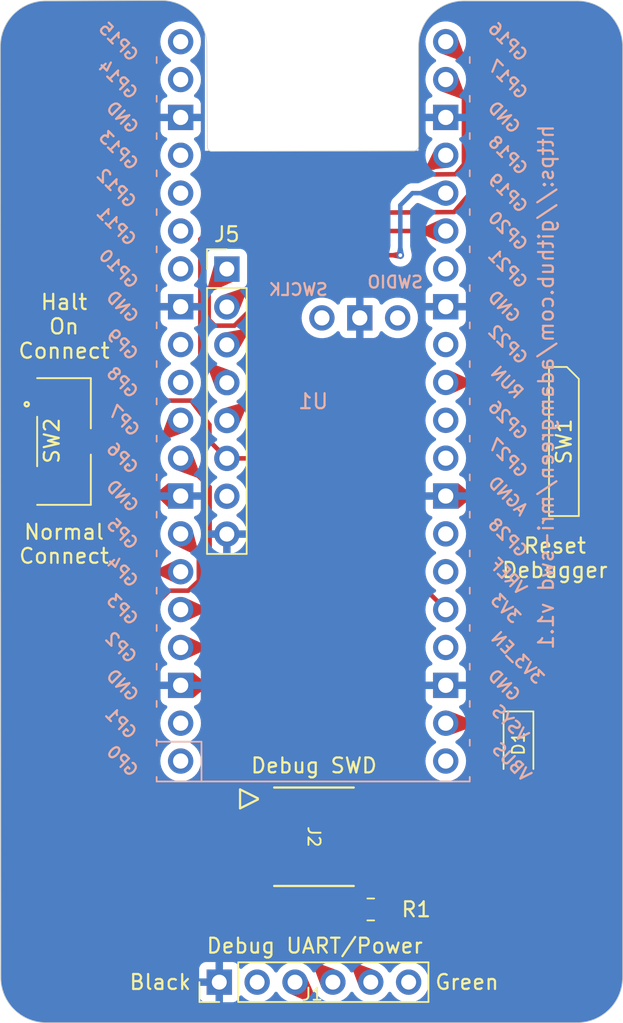
<source format=kicad_pcb>
(kicad_pcb (version 20240108) (generator "pcbnew") (generator_version "8.0")
  (title_block (date "2024-07-28") (rev "1.1"))
  (layers (0 "F.Cu" signal) (31 "B.Cu" signal) (34 "B.Paste" user) (35 "F.Paste" user) (36 "B.SilkS" user "B.Silkscreen") (37 "F.SilkS" user "F.Silkscreen") (38 "B.Mask" user) (39 "F.Mask" user) (44 "Edge.Cuts" user))
  (net 0 "")
  (net 1 "VCC")
  (net 2 "Net-(D1-A)")
  (net 3 "GND")
  (net 5 "/UART_TX")
  (net 6 "/UART_RX")
  (net 8 "+3.3V")
  (net 9 "/SWD_SWDIO")
  (net 10 "/SWD_SWDCLK")
  (net 14 "/SWD_RESET")
  (net 15 "/~{RESET}")
  (net 16 "Net-(J5-Pin_1)")
  (net 17 "Net-(J5-Pin_2)")
  (net 18 "Net-(J5-Pin_3)")
  (net 19 "Net-(J5-Pin_4)")
  (net 20 "Net-(J5-Pin_5)")
  (net 22 "/HALT_ON_CONN")
  (net 43 "Net-(J2-VTref)")
  (footprint "Connector_PinHeader_2.54mm:PinHeader_1x08_P2.54mm_Vertical" (layer "F.Cu") (at 120.0404 80.1774)
    (property "Reference" "J5" (at 0 -2.33 0) (layer "F.SilkS"))
    (property "Value" "OLED")
    (fp_line (start -1.33 -1.33) (end 0 -1.33) (stroke (width 0.12)) (layer "F.SilkS"))
    (fp_line (start -1.33 0) (end -1.33 -1.33) (stroke (width 0.12)) (layer "F.SilkS"))
    (fp_line (start -1.33 1.27) (end -1.33 19.11) (stroke (width 0.12)) (layer "F.SilkS"))
    (fp_line (start -1.33 1.27) (end 1.33 1.27) (stroke (width 0.12)) (layer "F.SilkS"))
    (fp_line (start -1.33 19.11) (end 1.33 19.11) (stroke (width 0.12)) (layer "F.SilkS"))
    (fp_line (start 1.33 1.27) (end 1.33 19.11) (stroke (width 0.12)) (layer "F.SilkS"))
    (pad "1" thru_hole rect (at 0 0) (size 1.7 1.7) (drill 1) (layers "*.Cu" "*.Mask") (net 16 "Net-(J5-Pin_1)"))
    (pad "2" thru_hole oval (at 0 2.54) (size 1.7 1.7) (drill 1) (layers "*.Cu" "*.Mask") (net 17 "Net-(J5-Pin_2)"))
    (pad "3" thru_hole oval (at 0 5.08) (size 1.7 1.7) (drill 1) (layers "*.Cu" "*.Mask") (net 18 "Net-(J5-Pin_3)"))
    (pad "4" thru_hole oval (at 0 7.62) (size 1.7 1.7) (drill 1) (layers "*.Cu" "*.Mask") (net 19 "Net-(J5-Pin_4)"))
    (pad "5" thru_hole oval (at 0 10.16) (size 1.7 1.7) (drill 1) (layers "*.Cu" "*.Mask") (net 20 "Net-(J5-Pin_5)"))
    (pad "6" thru_hole oval (at 0 12.7) (size 1.7 1.7) (drill 1) (layers "*.Cu" "*.Mask") (net 8 "+3.3V"))
    (pad "7" thru_hole oval (at 0 15.24) (size 1.7 1.7) (drill 1) (layers "*.Cu" "*.Mask"))
    (pad "8" thru_hole oval (at 0 17.78) (size 1.7 1.7) (drill 1) (layers "*.Cu" "*.Mask") (net 3 "GND"))
  )
  (footprint "Footprints:Adafruit-SPST-Switch-7" (layer "F.Cu") (at 142.6464 91.7448 180)
    (property "Reference" "SW1" (at 0 0 90) (layer "F.SilkS"))
    (property "Value" "Reset " (hide yes))
    (fp_line (start 1 5) (end -0.2 5) (stroke (width 0.12)) (layer "F.SilkS"))
    (fp_line (start 1 -5) (end 1 5) (stroke (width 0.12)) (layer "F.SilkS"))
    (fp_line (start -0.2 5) (end -1 4.2) (stroke (width 0.12)) (layer "F.SilkS"))
    (fp_line (start -1 4.2) (end -1 -5) (stroke (width 0.12)) (layer "F.SilkS"))
    (fp_line (start -1 -5) (end 1 -5) (stroke (width 0.12)) (layer "F.SilkS"))
    (pad "1" smd rect (at 0 4.05 180) (size 1 0.9) (layers "F.Cu" "F.Paste" "F.Mask") (net 15 "/~{RESET}"))
    (pad "2" smd rect (at 0 -4.05 180) (size 1 0.9) (layers "F.Cu" "F.Paste" "F.Mask") (net 3 "GND"))
  )
  (footprint "Connector_PinHeader_2.54mm:PinHeader_1x06_P2.54mm_Vertical" (layer "F.Cu") (at 119.5324 128.016 90)
    (property "Reference" "J1" (at -0.8128 6.2484 180) (layer "F.SilkS") (effects (font (size 0.8128 0.8128) (thickness 0.127))))
    (property "Value" "Debug UART/Power" (at 2.4384 6.4008 180) (layer "F.SilkS"))
    (fp_line (start -1.33 -1.33) (end 0 -1.33) (stroke (width 0.12)) (layer "F.SilkS"))
    (fp_line (start -1.33 0) (end -1.33 -1.33) (stroke (width 0.12)) (layer "F.SilkS"))
    (fp_line (start 1.33 1.27) (end 1.33 14.03) (stroke (width 0.12)) (layer "F.SilkS"))
    (fp_line (start -1.33 1.27) (end 1.33 1.27) (stroke (width 0.12)) (layer "F.SilkS"))
    (fp_line (start -1.33 1.27) (end -1.33 14.03) (stroke (width 0.12)) (layer "F.SilkS"))
    (fp_line (start -1.33 14.03) (end 1.33 14.03) (stroke (width 0.12)) (layer "F.SilkS"))
    (pad "1" thru_hole rect (at 0 0 90) (size 1.7 1.7) (drill 1) (layers "*.Cu" "*.Mask") (net 3 "GND"))
    (pad "2" thru_hole oval (at 0 2.54 90) (size 1.7 1.7) (drill 1) (layers "*.Cu" "*.Mask"))
    (pad "3" thru_hole oval (at 0 5.08 90) (size 1.7 1.7) (drill 1) (layers "*.Cu" "*.Mask") (net 2 "Net-(D1-A)"))
    (pad "4" thru_hole oval (at 0 7.62 90) (size 1.7 1.7) (drill 1) (layers "*.Cu" "*.Mask") (net 5 "/UART_TX"))
    (pad "5" thru_hole oval (at 0 10.16 90) (size 1.7 1.7) (drill 1) (layers "*.Cu" "*.Mask") (net 6 "/UART_RX"))
    (pad "6" thru_hole oval (at 0 12.7 90) (size 1.7 1.7) (drill 1) (layers "*.Cu" "*.Mask"))
  )
  (footprint "Diode_SMD:D_SOD-123F" (layer "F.Cu") (at 139.5984 112.0648 -90)
    (property "Reference" "D1" (at -0.0508 0 90) (layer "F.SilkS") (effects (font (size 0.8128 0.8128) (thickness 0.127))))
    (property "Value" "D_Schottky" (hide yes))
    (fp_line (start -2.21 1) (end 1.65 1) (stroke (width 0.12)) (layer "F.SilkS"))
    (fp_line (start -2.21 -1) (end -2.21 1) (stroke (width 0.12)) (layer "F.SilkS"))
    (fp_line (start -2.21 -1) (end 1.65 -1) (stroke (width 0.12)) (layer "F.SilkS"))
    (pad "1" smd roundrect (at -1.4 0 270) (size 1.1 1.1) (layers "F.Cu" "F.Paste" "F.Mask") (roundrect_rratio 0.2272727273) (net 1 "VCC"))
    (pad "2" smd roundrect (at 1.4 0 270) (size 1.1 1.1) (layers "F.Cu" "F.Paste" "F.Mask") (roundrect_rratio 0.2272727273) (net 2 "Net-(D1-A)"))
  )
  (footprint "Resistor_SMD:R_0805_2012Metric_Pad1.20x1.40mm_HandSolder" (layer "F.Cu") (at 129.6924 123.1392)
    (property "Reference" "R1" (at 3.048 0 180) (layer "F.SilkS"))
    (property "Value" "1kΩ")
    (fp_line (start -0.227064 -0.735) (end 0.227064 -0.735) (stroke (width 0.12)) (layer "F.SilkS"))
    (fp_line (start -0.227064 0.735) (end 0.227064 0.735) (stroke (width 0.12)) (layer "F.SilkS"))
    (pad "1" smd roundrect (at -1 0) (size 1.2 1.4) (layers "F.Cu" "F.Paste" "F.Mask") (roundrect_rratio 0.208333) (net 43 "Net-(J2-VTref)"))
    (pad "2" smd roundrect (at 1 0) (size 1.2 1.4) (layers "F.Cu" "F.Paste" "F.Mask") (roundrect_rratio 0.208333) (net 14 "/SWD_RESET"))
  )
  (footprint "Footprints:CON10_2X5_DUK_FTSH_SAI" (layer "F.Cu") (at 125.8824 118.2624 -90)
    (property "Reference" "J2" (at 0 0 -90) (layer "F.SilkS") (effects (font (size 0.8128 0.8128) (thickness 0.127))))
    (property "Value" "Debug SWD" (at -4.7752 0 0) (layer "F.SilkS"))
    (fp_line (start -3.175 4.95554) (end -2.5781 3.76174) (stroke (width 0.1524)) (layer "F.SilkS"))
    (fp_line (start -1.905 4.95554) (end -3.175 4.95554) (stroke (width 0.1524)) (layer "F.SilkS"))
    (fp_line (start -2.5019 3.76174) (end -1.905 4.95554) (stroke (width 0.1524)) (layer "F.SilkS"))
    (fp_line (start 3.302 2.667) (end 3.302 -2.667) (stroke (width 0.1524)) (layer "F.SilkS"))
    (fp_line (start -3.302 -2.667) (end -3.302 2.667) (stroke (width 0.1524)) (layer "F.SilkS"))
    (pad "1" smd rect (at -2.54 2.032 270) (size 0.762 2.794) (layers "F.Cu" "F.Paste" "F.Mask") (net 43 "Net-(J2-VTref)"))
    (pad "2" smd rect (at -2.54 -2.032 270) (size 0.762 2.794) (layers "F.Cu" "F.Paste" "F.Mask") (net 9 "/SWD_SWDIO"))
    (pad "3" smd rect (at -1.27 2.032 270) (size 0.762 2.794) (layers "F.Cu" "F.Paste" "F.Mask") (net 3 "GND"))
    (pad "4" smd rect (at -1.27 -2.032 270) (size 0.762 2.794) (layers "F.Cu" "F.Paste" "F.Mask") (net 10 "/SWD_SWDCLK"))
    (pad "5" smd rect (at 0 2.032 270) (size 0.762 2.794) (layers "F.Cu" "F.Paste" "F.Mask") (net 3 "GND"))
    (pad "6" smd rect (at 0 -2.032 270) (size 0.762 2.794) (layers "F.Cu" "F.Paste" "F.Mask"))
    (pad "7" smd rect (at 1.27 2.032 270) (size 0.762 2.794) (layers "F.Cu" "F.Paste" "F.Mask"))
    (pad "8" smd rect (at 1.27 -2.032 270) (size 0.762 2.794) (layers "F.Cu" "F.Paste" "F.Mask"))
    (pad "9" smd rect (at 2.54 2.032 270) (size 0.762 2.794) (layers "F.Cu" "F.Paste" "F.Mask") (net 3 "GND"))
    (pad "10" smd rect (at 2.54 -2.032 270) (size 0.762 2.794) (layers "F.Cu" "F.Paste" "F.Mask") (net 14 "/SWD_RESET"))
  )
  (footprint "Footprints:SW_JS102011JCQN" (layer "F.Cu") (at 109.1184 91.7448 -90)
    (property "Reference" "SW2" (at -0.0508 0.8128 -90) (layer "F.SilkS") (effects (font (size 1.001016 1.001016))))
    (property "Value" "Halt on Connect" (hide yes))
    (fp_line (start -4.25 1.8) (end -4.25 -1.8) (stroke (width 0.127)) (layer "F.SilkS"))
    (fp_line (start 1.66 1.8) (end -1.66 1.8) (stroke (width 0.127)) (layer "F.SilkS"))
    (fp_line (start -4.25 -1.8) (end -0.88 -1.8) (stroke (width 0.127)) (layer "F.SilkS"))
    (fp_line (start 0.88 -1.8) (end 4.25 -1.8) (stroke (width 0.127)) (layer "F.SilkS"))
    (fp_line (start 4.25 -1.8) (end 4.25 1.8) (stroke (width 0.127)) (layer "F.SilkS"))
    (fp_circle (center -2.5 2.5) (end -2.358581 2.5) (stroke (width 0.1524)) (fill none) (layer "F.SilkS"))
    (pad "1" smd rect (at -2.5 1.2) (size 1.6 1) (layers "F.Cu" "F.Paste" "F.Mask") (net 8 "+3.3V"))
    (pad "2" smd rect (at 0 -1.2) (size 1.6 1) (layers "F.Cu" "F.Paste" "F.Mask") (net 22 "/HALT_ON_CONN"))
    (pad "3" smd rect (at 2.5 1.2) (size 1.6 1) (layers "F.Cu" "F.Paste" "F.Mask") (net 3 "GND"))
  )
  (footprint "Footprints:RPi_PicoW_SMD_TH" (layer "B.Cu") (at 125.8316 89.0524)
    (property "Reference" "U1" (at 0 0 180) (layer "B.SilkS") (effects (justify mirror)))
    (property "Value" "PicoW")
    (fp_line (start -10.5 -22.7) (end -10.5 -23.1) (stroke (width 0.12)) (layer "B.SilkS"))
    (fp_line (start -10.5 -20.1) (end -10.5 -20.5) (stroke (width 0.12)) (layer "B.SilkS"))
    (fp_line (start -10.5 -17.6) (end -10.5 -18) (stroke (width 0.12)) (layer "B.SilkS"))
    (fp_line (start -10.5 -15.1) (end -10.5 -15.5) (stroke (width 0.12)) (layer "B.SilkS"))
    (fp_line (start -10.5 -12.5) (end -10.5 -12.9) (stroke (width 0.12)) (layer "B.SilkS"))
    (fp_line (start -10.5 -10) (end -10.5 -10.4) (stroke (width 0.12)) (layer "B.SilkS"))
    (fp_line (start -10.5 -7.4) (end -10.5 -7.8) (stroke (width 0.12)) (layer "B.SilkS"))
    (fp_line (start -10.5 -4.9) (end -10.5 -5.3) (stroke (width 0.12)) (layer "B.SilkS"))
    (fp_line (start -10.5 -2.3) (end -10.5 -2.7) (stroke (width 0.12)) (layer "B.SilkS"))
    (fp_line (start -10.5 0.2) (end -10.5 -0.2) (stroke (width 0.12)) (layer "B.SilkS"))
    (fp_line (start -10.5 2.7) (end -10.5 2.3) (stroke (width 0.12)) (layer "B.SilkS"))
    (fp_line (start -10.5 5.3) (end -10.5 4.9) (stroke (width 0.12)) (layer "B.SilkS"))
    (fp_line (start -10.5 7.8) (end -10.5 7.4) (stroke (width 0.12)) (layer "B.SilkS"))
    (fp_line (start -10.5 10.4) (end -10.5 10) (stroke (width 0.12)) (layer "B.SilkS"))
    (fp_line (start -10.5 12.9) (end -10.5 12.5) (stroke (width 0.12)) (layer "B.SilkS"))
    (fp_line (start -10.5 15.4) (end -10.5 15) (stroke (width 0.12)) (layer "B.SilkS"))
    (fp_line (start -10.5 18) (end -10.5 17.6) (stroke (width 0.12)) (layer "B.SilkS"))
    (fp_line (start -10.5 20.5) (end -10.5 20.1) (stroke (width 0.12)) (layer "B.SilkS"))
    (fp_line (start -10.5 22.833) (end -7.493 22.833) (stroke (width 0.12)) (layer "B.SilkS"))
    (fp_line (start -10.5 23.1) (end -10.5 22.7) (stroke (width 0.12)) (layer "B.SilkS"))
    (fp_line (start -10.5 25.5) (end -10.5 25.2) (stroke (width 0.12)) (layer "B.SilkS"))
    (fp_line (start -10.5 25.5) (end 10.5 25.5) (stroke (width 0.12)) (layer "B.SilkS"))
    (fp_line (start -7.493 22.833) (end -7.493 25.5) (stroke (width 0.12)) (layer "B.SilkS"))
    (fp_line (start 10.5 -22.7) (end 10.5 -23.1) (stroke (width 0.12)) (layer "B.SilkS"))
    (fp_line (start 10.5 -20.1) (end 10.5 -20.5) (stroke (width 0.12)) (layer "B.SilkS"))
    (fp_line (start 10.5 -17.6) (end 10.5 -18) (stroke (width 0.12)) (layer "B.SilkS"))
    (fp_line (start 10.5 -15.1) (end 10.5 -15.5) (stroke (width 0.12)) (layer "B.SilkS"))
    (fp_line (start 10.5 -12.5) (end 10.5 -12.9) (stroke (width 0.12)) (layer "B.SilkS"))
    (fp_line (start 10.5 -10) (end 10.5 -10.4) (stroke (width 0.12)) (layer "B.SilkS"))
    (fp_line (start 10.5 -7.4) (end 10.5 -7.8) (stroke (width 0.12)) (layer "B.SilkS"))
    (fp_line (start 10.5 -4.9) (end 10.5 -5.3) (stroke (width 0.12)) (layer "B.SilkS"))
    (fp_line (start 10.5 -2.3) (end 10.5 -2.7) (stroke (width 0.12)) (layer "B.SilkS"))
    (fp_line (start 10.5 0.2) (end 10.5 -0.2) (stroke (width 0.12)) (layer "B.SilkS"))
    (fp_line (start 10.5 2.7) (end 10.5 2.3) (stroke (width 0.12)) (layer "B.SilkS"))
    (fp_line (start 10.5 5.3) (end 10.5 4.9) (stroke (width 0.12)) (layer "B.SilkS"))
    (fp_line (start 10.5 7.8) (end 10.5 7.4) (stroke (width 0.12)) (layer "B.SilkS"))
    (fp_line (start 10.5 10.4) (end 10.5 10) (stroke (width 0.12)) (layer "B.SilkS"))
    (fp_line (start 10.5 12.9) (end 10.5 12.5) (stroke (width 0.12)) (layer "B.SilkS"))
    (fp_line (start 10.5 15.4) (end 10.5 15) (stroke (width 0.12)) (layer "B.SilkS"))
    (fp_line (start 10.5 18) (end 10.5 17.6) (stroke (width 0.12)) (layer "B.SilkS"))
    (fp_line (start 10.5 20.5) (end 10.5 20.1) (stroke (width 0.12)) (layer "B.SilkS"))
    (fp_line (start 10.5 23.1) (end 10.5 22.7) (stroke (width 0.12)) (layer "B.SilkS"))
    (fp_line (start 10.5 25.5) (end 10.5 25.2) (stroke (width 0.12)) (layer "B.SilkS"))
    (fp_text user "3V3_EN" (at 13.7 17.2 -45) (layer "B.SilkS") (effects (font (size 0.8 0.8)) (justify mirror)))
    (fp_text user "RUN" (at 13 -1.27 -45) (layer "B.SilkS") (effects (font (size 0.8 0.8)) (justify mirror)))
    (fp_text user "GP3" (at -12.8 13.97 -45) (layer "B.SilkS") (effects (font (size 0.8 0.8)) (justify mirror)))
    (fp_text user "SWDIO" (at 5.5 -8 180) (layer "B.SilkS") (effects (font (size 0.8 0.8)) (justify mirror)))
    (fp_text user "GP17" (at 13.054 -21.59 -45) (layer "B.SilkS") (effects (font (size 0.8 0.8)) (justify mirror)))
    (fp_text user "GP9" (at -12.8 -3.81 -45) (layer "B.SilkS") (effects (font (size 0.8 0.8)) (justify mirror)))
    (fp_text user "GP16" (at 13.054 -24.13 -45) (layer "B.SilkS") (effects (font (size 0.8 0.8)) (justify mirror)))
    (fp_text user "GP19" (at 13.054 -13.97 -45) (layer "B.SilkS") (effects (font (size 0.8 0.8)) (justify mirror)))
    (fp_text user "GND" (at 12.8 -6.35 -45) (layer "B.SilkS") (effects (font (size 0.8 0.8)) (justify mirror)))
    (fp_text user "GP10" (at -13.054 -8.89 -45) (layer "B.SilkS") (effects (font (size 0.8 0.8)) (justify mirror)))
    (fp_text user "3V3" (at 12.9 13.9 -45) (layer "B.SilkS") (effects (font (size 0.8 0.8)) (justify mirror)))
    (fp_text user "GP13" (at -13.054 -16.8325 -45) (layer "B.SilkS") (effects (font (size 0.8 0.8)) (justify mirror)))
    (fp_text user "GND" (at -12.8 -19.05 -45) (layer "B.SilkS") (effects (font (size 0.8 0.8)) (justify mirror)))
    (fp_text user "GP22" (at 13.054 -3.81 -45) (layer "B.SilkS") (effects (font (size 0.8 0.8)) (justify mirror)))
    (fp_text user "GND" (at -12.8 6.35 -45) (layer "B.SilkS") (effects (font (size 0.8 0.8)) (justify mirror)))
    (fp_text user "VBUS" (at 13.3 24.2 -45) (layer "B.SilkS") (effects (font (size 0.8 0.8)) (justify mirror)))
    (fp_text user "GP1" (at -12.9 21.6 -45) (layer "B.SilkS") (effects (font (size 0.8 0.8)) (justify mirror)))
    (fp_text user "GP2" (at -12.9 16.51 -45) (layer "B.SilkS") (effects (font (size 0.8 0.8)) (justify mirror)))
    (fp_text user "GP4" (at -12.8 11.43 -45) (layer "B.SilkS") (effects (font (size 0.8 0.8)) (justify mirror)))
    (fp_text user "GP7" (at -12.7 1.3 -45) (layer "B.SilkS") (effects (font (size 0.8 0.8)) (justify mirror)))
    (fp_text user "GP27" (at 13.054 3.8 -45) (layer "B.SilkS") (effects (font (size 0.8 0.8)) (justify mirror)))
    (fp_text user "GP6" (at -12.8 3.81 -45) (layer "B.SilkS") (effects (font (size 0.8 0.8)) (justify mirror)))
    (fp_text user "GP26" (at 13.054 1.27 -45) (layer "B.SilkS") (effects (font (size 0.8 0.8)) (justify mirror)))
    (fp_text user "GP5" (at -12.8 8.89 -45) (layer "B.SilkS") (effects (font (size 0.8 0.8)) (justify mirror)))
    (fp_text user "AGND" (at 13.054 6.35 -45) (layer "B.SilkS") (effects (font (size 0.8 0.8)) (justify mirror)))
    (fp_text user "GP12" (at -13.2 -14.2925 -45) (layer "B.SilkS") (effects (font (size 0.8 0.8)) (justify mirror)))
    (fp_text user "GP8" (at -12.8 -1.27 -45) (layer "B.SilkS") (effects (font (size 0.8 0.8)) (justify mirror)))
    (fp_text user "GP18" (at 13.054 -16.51 -45) (layer "B.SilkS") (effects (font (size 0.8 0.8)) (justify mirror)))
    (fp_text user "GND" (at 12.8 -19.05 -45) (layer "B.SilkS") (effects (font (size 0.8 0.8)) (justify mirror)))
    (fp_text user "GP0" (at -12.8 24.13 -45) (layer "B.SilkS") (effects (font (size 0.8 0.8)) (justify mirror)))
    (fp_text user "VSYS" (at 13.2 21.59 -45) (layer "B.SilkS") (effects (font (size 0.8 0.8)) (justify mirror)))
    (fp_text user "GP14" (at -13.1 -21.59 -45) (layer "B.SilkS") (effects (font (size 0.8 0.8)) (justify mirror)))
    (fp_text user "SWCLK" (at -1 -7.5 180) (layer "B.SilkS") (effects (font (size 0.8 0.8)) (justify mirror)))
    (fp_text user "GP15" (at -13.054 -24.13 -45) (layer "B.SilkS") (effects (font (size 0.8 0.8)) (justify mirror)))
    (fp_text user "GND" (at -12.8 19.05 -45) (layer "B.SilkS") (effects (font (size 0.8 0.8)) (justify mirror)))
    (fp_text user "GP20" (at 13.054 -11.43 -45) (layer "B.SilkS") (effects (font (size 0.8 0.8)) (justify mirror)))
    (fp_text user "VREF" (at 13.0675 11.7425 -45) (layer "B.SilkS") (effects (font (size 0.8 0.8)) (justify mirror)))
    (fp_text user "GP11" (at -13.2 -11.7525 -45) (layer "B.SilkS") (effects (font (size 0.8 0.8)) (justify mirror)))
    (fp_text user "GP28" (at 13.054 9.144 -45) (layer "B.SilkS") (effects (font (size 0.8 0.8)) (justify mirror)))
    (fp_text user "GND" (at 12.8 19.05 -45) (layer "B.SilkS") (effects (font (size 0.8 0.8)) (justify mirror)))
    (fp_text user "GND" (at -12.8 -6.35 -45) (layer "B.SilkS") (effects (font (size 0.8 0.8)) (justify mirror)))
    (fp_text user "GP21" (at 13.054 -8.9 -45) (layer "B.SilkS") (effects (font (size 0.8 0.8)) (justify mirror)))
    (pad "1" thru_hole oval (at -8.89 24.13) (size 1.7 1.7) (drill 1.02) (layers "*.Cu" "*.Mask"))
    (pad "2" thru_hole oval (at -8.89 21.59) (size 1.7 1.7) (drill 1.02) (layers "*.Cu" "*.Mask"))
    (pad "3" thru_hole rect (at -8.89 19.05) (size 1.7 1.7) (drill 1.02) (layers "*.Cu" "*.Mask") (net 3 "GND"))
    (pad "4" thru_hole oval (at -8.89 16.51) (size 1.7 1.7) (drill 1.02) (layers "*.Cu" "*.Mask") (net 10 "/SWD_SWDCLK"))
    (pad "5" thru_hole oval (at -8.89 13.97) (size 1.7 1.7) (drill 1.02) (layers "*.Cu" "*.Mask") (net 9 "/SWD_SWDIO"))
    (pad "6" thru_hole oval (at -8.89 11.43) (size 1.7 1.7) (drill 1.02) (layers "*.Cu" "*.Mask") (net 5 "/UART_TX"))
    (pad "7" thru_hole oval (at -8.89 8.89) (size 1.7 1.7) (drill 1.02) (layers "*.Cu" "*.Mask") (net 6 "/UART_RX"))
    (pad "8" thru_hole rect (at -8.89 6.35) (size 1.7 1.7) (drill 1.02) (layers "*.Cu" "*.Mask") (net 3 "GND"))
    (pad "9" thru_hole oval (at -8.89 3.81) (size 1.7 1.7) (drill 1.02) (layers "*.Cu" "*.Mask") (net 14 "/SWD_RESET"))
    (pad "10" thru_hole oval (at -8.89 1.27) (size 1.7 1.7) (drill 1.02) (layers "*.Cu" "*.Mask") (net 22 "/HALT_ON_CONN"))
    (pad "11" thru_hole oval (at -8.89 -1.27) (size 1.7 1.7) (drill 1.02) (layers "*.Cu" "*.Mask"))
    (pad "12" thru_hole oval (at -8.89 -3.81) (size 1.7 1.7) (drill 1.02) (layers "*.Cu" "*.Mask"))
    (pad "13" thru_hole rect (at -8.89 -6.35) (size 1.7 1.7) (drill 1.02) (layers "*.Cu" "*.Mask") (net 3 "GND"))
    (pad "14" thru_hole oval (at -8.89 -8.89) (size 1.7 1.7) (drill 1.02) (layers "*.Cu" "*.Mask"))
    (pad "15" thru_hole oval (at -8.89 -11.43) (size 1.7 1.7) (drill 1.02) (layers "*.Cu" "*.Mask"))
    (pad "16" thru_hole oval (at -8.89 -13.97) (size 1.7 1.7) (drill 1.02) (layers "*.Cu" "*.Mask"))
    (pad "17" thru_hole oval (at -8.89 -16.51) (size 1.7 1.7) (drill 1.02) (layers "*.Cu" "*.Mask"))
    (pad "18" thru_hole rect (at -8.89 -19.05) (size 1.7 1.7) (drill 1.02) (layers "*.Cu" "*.Mask") (net 3 "GND"))
    (pad "19" thru_hole oval (at -8.89 -21.59) (size 1.7 1.7) (drill 1.02) (layers "*.Cu" "*.Mask"))
    (pad "20" thru_hole oval (at -8.89 -24.13) (size 1.7 1.7) (drill 1.02) (layers "*.Cu" "*.Mask"))
    (pad "21" thru_hole oval (at 8.89 -24.13) (size 1.7 1.7) (drill 1.02) (layers "*.Cu" "*.Mask") (net 16 "Net-(J5-Pin_1)"))
    (pad "22" thru_hole oval (at 8.89 -21.59) (size 1.7 1.7) (drill 1.02) (layers "*.Cu" "*.Mask") (net 17 "Net-(J5-Pin_2)"))
    (pad "23" thru_hole rect (at 8.89 -19.05) (size 1.7 1.7) (drill 1.02) (layers "*.Cu" "*.Mask") (net 3 "GND"))
    (pad "24" thru_hole oval (at 8.89 -16.51) (size 1.7 1.7) (drill 1.02) (layers "*.Cu" "*.Mask") (net 19 "Net-(J5-Pin_4)"))
    (pad "25" thru_hole oval (at 8.89 -13.97) (size 1.7 1.7) (drill 1.02) (layers "*.Cu" "*.Mask") (net 20 "Net-(J5-Pin_5)"))
    (pad "26" thru_hole oval (at 8.89 -11.43) (size 1.7 1.7) (drill 1.02) (layers "*.Cu" "*.Mask") (net 18 "Net-(J5-Pin_3)"))
    (pad "27" thru_hole oval (at 8.89 -8.89) (size 1.7 1.7) (drill 1.02) (layers "*.Cu" "*.Mask"))
    (pad "28" thru_hole rect (at 8.89 -6.35) (size 1.7 1.7) (drill 1.02) (layers "*.Cu" "*.Mask") (net 3 "GND"))
    (pad "29" thru_hole oval (at 8.89 -3.81) (size 1.7 1.7) (drill 1.02) (layers "*.Cu" "*.Mask"))
    (pad "30" thru_hole oval (at 8.89 -1.27) (size 1.7 1.7) (drill 1.02) (layers "*.Cu" "*.Mask") (net 15 "/~{RESET}"))
    (pad "31" thru_hole oval (at 8.89 1.27) (size 1.7 1.7) (drill 1.02) (layers "*.Cu" "*.Mask"))
    (pad "32" thru_hole oval (at 8.89 3.81) (size 1.7 1.7) (drill 1.02) (layers "*.Cu" "*.Mask"))
    (pad "33" thru_hole rect (at 8.89 6.35) (size 1.7 1.7) (drill 1.02) (layers "*.Cu" "*.Mask") (net 3 "GND"))
    (pad "34" thru_hole oval (at 8.89 8.89) (size 1.7 1.7) (drill 1.02) (layers "*.Cu" "*.Mask"))
    (pad "35" thru_hole oval (at 8.89 11.43) (size 1.7 1.7) (drill 1.02) (layers "*.Cu" "*.Mask"))
    (pad "36" thru_hole oval (at 8.89 13.97) (size 1.7 1.7) (drill 1.02) (layers "*.Cu" "*.Mask") (net 8 "+3.3V"))
    (pad "37" thru_hole oval (at 8.89 16.51) (size 1.7 1.7) (drill 1.02) (layers "*.Cu" "*.Mask"))
    (pad "38" thru_hole rect (at 8.89 19.05) (size 1.7 1.7) (drill 1.02) (layers "*.Cu" "*.Mask") (net 3 "GND"))
    (pad "39" thru_hole oval (at 8.89 21.59) (size 1.7 1.7) (drill 1.02) (layers "*.Cu" "*.Mask") (net 1 "VCC"))
    (pad "40" thru_hole oval (at 8.89 24.13) (size 1.7 1.7) (drill 1.02) (layers "*.Cu" "*.Mask"))
    (pad "41" thru_hole oval (at 0.5841 -5.6) (size 1.7 1.7) (drill 1.02) (layers "*.Cu" "*.Mask"))
    (pad "42" thru_hole rect (at 3.1241 -5.6) (size 1.7 1.7) (drill 1.02) (layers "*.Cu" "*.Mask") (net 3 "GND"))
    (pad "43" thru_hole oval (at 5.6641 -5.6) (size 1.7 1.7) (drill 1.02) (layers "*.Cu" "*.Mask"))
  )
  (gr_line (start 119.036726 72.276074) (end 132.588 72.2376) (stroke (width 0.05)) (layer "Edge.Cuts"))
  (gr_arc (start 132.8928 65.2272) (mid 133.785539 63.071939) (end 135.9408 62.1792) (stroke (width 0.05)) (layer "Edge.Cuts"))
  (gr_arc (start 132.8928 71.9328) (mid 132.803526 72.148326) (end 132.588 72.2376) (stroke (width 0.05)) (layer "Edge.Cuts"))
  (gr_line (start 146.587139 65.2272) (end 146.587139 127.689539) (stroke (width 0.05)) (layer "Edge.Cuts"))
  (gr_line (start 118.697939 65.198061) (end 118.731926 71.971274) (stroke (width 0.05)) (layer "Edge.Cuts"))
  (gr_arc (start 107.920861 130.737539) (mid 105.7656 129.8448) (end 104.872861 127.689539) (stroke (width 0.05)) (layer "Edge.Cuts"))
  (gr_line (start 107.8992 62.1792) (end 115.649939 62.150061) (stroke (width 0.05)) (layer "Edge.Cuts"))
  (gr_line (start 143.539139 130.737539) (end 107.920861 130.737539) (stroke (width 0.05)) (layer "Edge.Cuts"))
  (gr_line (start 104.8512 65.2272) (end 104.872861 127.689539) (stroke (width 0.05)) (layer "Edge.Cuts"))
  (gr_arc (start 143.539139 62.1792) (mid 145.6944 63.071939) (end 146.587139 65.2272) (stroke (width 0.05)) (layer "Edge.Cuts"))
  (gr_line (start 135.9408 62.1792) (end 143.539139 62.1792) (stroke (width 0.05)) (layer "Edge.Cuts"))
  (gr_arc (start 119.036726 72.276074) (mid 118.8212 72.1868) (end 118.731926 71.971274) (stroke (width 0.05)) (layer "Edge.Cuts"))
  (gr_arc (start 115.649939 62.150061) (mid 117.8052 63.0428) (end 118.697939 65.198061) (stroke (width 0.05)) (layer "Edge.Cuts"))
  (gr_arc (start 104.8512 65.2272) (mid 105.743939 63.071939) (end 107.8992 62.1792) (stroke (width 0.05)) (layer "Edge.Cuts"))
  (gr_arc (start 146.587139 127.689539) (mid 145.6944 129.8448) (end 143.539139 130.737539) (stroke (width 0.05)) (layer "Edge.Cuts"))
  (gr_line (start 132.8928 65.2272) (end 132.8928 71.9328) (stroke (width 0.05)) (layer "Edge.Cuts"))
  (gr_text "https://github.com/adamgreen/mri-swd v1.1" (at 142.0368 70.4088 90) (layer "B.SilkS") (effects (font (size 1 1)) (justify left bottom mirror)))
  (gr_text "Halt\nOn\nConnect" (at 109.1184 86.2584 0) (layer "F.SilkS") (effects (font (size 1.016 1.016) (thickness 0.1524)) (justify bottom)))
  (gr_text "Green" (at 136.144 128.016 0) (layer "F.SilkS") (effects (font (size 1 1))))
  (gr_text "Reset\nDebugger" (at 142.0368 98.1456 0) (layer "F.SilkS") (effects (font (size 1.016 1.016) (thickness 0.1524)) (justify top)))
  (gr_text "Black" (at 115.57 128.016 0) (layer "F.SilkS") (effects (font (size 1 1))))
  (gr_text "Normal\nConnect" (at 109.1184 97.2312 0) (layer "F.SilkS") (effects (font (size 1 1)) (justify top)))
  (segment (start 134.744 110.6648) (end 134.7216 110.6424) (width 0.508) (layer "F.Cu") (net 1))
  (segment (start 139.5984 110.6648) (end 134.744 110.6648) (width 0.508) (layer "F.Cu") (net 1))
  (segment (start 133.8072 129.8448) (end 126.4412 129.8448) (width 0.508) (layer "F.Cu") (net 2))
  (segment (start 126.4412 129.8448) (end 124.6124 128.016) (width 0.508) (layer "F.Cu") (net 2))
  (segment (start 139.5984 113.4648) (end 139.5984 124.0536) (width 0.508) (layer "F.Cu") (net 2))
  (segment (start 139.5984 124.0536) (end 133.8072 129.8448) (width 0.508) (layer "F.Cu") (net 2))
  (segment (start 121.7676 117.6528) (end 121.7676 118.11) (width 0.3048) (layer "F.Cu") (net 3))
  (segment (start 121.7676 117.0432) (end 121.7676 117.6528) (width 0.3048) (layer "F.Cu") (net 3))
  (segment (start 134.7216 95.4024) (end 142.232958 95.4024) (width 0.3048) (layer "F.Cu") (net 3))
  (segment (start 121.7676 109.8804) (end 121.7676 117.0432) (width 0.3048) (layer "F.Cu") (net 3))
  (segment (start 142.268879 95.417279) (end 142.6464 95.7948) (width 0.3048) (layer "F.Cu") (net 3))
  (segment (start 121.92 118.2624) (end 123.8504 118.2624) (width 0.3048) (layer "F.Cu") (net 3))
  (segment (start 121.7676 118.11) (end 121.92 118.2624) (width 0.3048) (layer "F.Cu") (net 3))
  (segment (start 115.5192 95.4024) (end 116.9416 95.4024) (width 0.3048) (layer "F.Cu") (net 3))
  (segment (start 121.7676 120.1166) (end 121.7676 117.6528) (width 0.3048) (layer "F.Cu") (net 3))
  (segment (start 116.9416 108.1024) (end 119.9896 108.1024) (width 0.3048) (layer "F.Cu") (net 3))
  (segment (start 119.9896 108.1024) (end 121.7676 109.8804) (width 0.3048) (layer "F.Cu") (net 3))
  (segment (start 123.8504 120.8024) (end 122.4534 120.8024) (width 0.3048) (layer "F.Cu") (net 3))
  (segment (start 114.3616 94.2448) (end 115.5192 95.4024) (width 0.3048) (layer "F.Cu") (net 3))
  (segment (start 122.4534 120.8024) (end 121.7676 120.1166) (width 0.3048) (layer "F.Cu") (net 3))
  (segment (start 123.8504 116.9924) (end 121.8184 116.9924) (width 0.3048) (layer "F.Cu") (net 3))
  (segment (start 107.9184 94.2448) (end 114.3616 94.2448) (width 0.3048) (layer "F.Cu") (net 3))
  (segment (start 121.8184 116.9924) (end 121.7676 117.0432) (width 0.3048) (layer "F.Cu") (net 3))
  (arc (start 142.232958 95.4024) (mid 142.252398 95.406267) (end 142.268879 95.417279) (width 0.3048) (layer "F.Cu") (net 3))
  (segment (start 119.4816 125.2728) (end 124.4092 125.2728) (width 0.3048) (layer "F.Cu") (net 5))
  (segment (start 115.316 100.4824) (end 112.776 103.0224) (width 0.3048) (layer "F.Cu") (net 5))
  (segment (start 112.776 118.5672) (end 119.4816 125.2728) (width 0.3048) (layer "F.Cu") (net 5))
  (segment (start 124.4092 125.2728) (end 127.1524 128.016) (width 0.3048) (layer "F.Cu") (net 5))
  (segment (start 112.776 103.0224) (end 112.776 118.5672) (width 0.3048) (layer "F.Cu") (net 5))
  (segment (start 116.9416 100.4824) (end 115.316 100.4824) (width 0.3048) (layer "F.Cu") (net 5))
  (segment (start 116.1796 101.7524) (end 114.9096 103.0224) (width 0.3048) (layer "F.Cu") (net 6))
  (segment (start 114.9096 118.2624) (end 120.0912 123.444) (width 0.3048) (layer "F.Cu") (net 6))
  (segment (start 118.1608 99.4156) (end 118.1608 101.092) (width 0.3048) (layer "F.Cu") (net 6))
  (segment (start 118.1608 101.092) (end 117.4496 101.7524) (width 0.3048) (layer "F.Cu") (net 6))
  (segment (start 114.9096 103.0224) (end 114.9096 118.2624) (width 0.3048) (layer "F.Cu") (net 6))
  (segment (start 120.0912 123.444) (end 125.1204 123.444) (width 0.3048) (layer "F.Cu") (net 6))
  (segment (start 117.4496 101.7524) (end 116.1796 101.7524) (width 0.3048) (layer "F.Cu") (net 6))
  (segment (start 116.9416 97.9424) (end 118.1608 99.4156) (width 0.3048) (layer "F.Cu") (net 6))
  (segment (start 125.1204 123.444) (end 129.6924 128.016) (width 0.3048) (layer "F.Cu") (net 6))
  (segment (start 134.7216 103.0224) (end 124.591479 92.892279) (width 0.3048) (layer "F.Cu") (net 8))
  (segment (start 124.555558 92.8774) (end 123.2916 92.8774) (width 0.3048) (layer "F.Cu") (net 8))
  (segment (start 117.6528 89.0016) (end 118.872 90.621312) (width 0.3048) (layer "F.Cu") (net 8))
  (segment (start 107.9184 89.2448) (end 110.9664 89.2448) (width 0.3048) (layer "F.Cu") (net 8))
  (segment (start 118.872 91.709) (end 120.0404 92.8774) (width 0.3048) (layer "F.Cu") (net 8))
  (segment (start 117.6528 89.0016) (end 111.2096 89.0016) (width 0.3048) (layer "F.Cu") (net 8))
  (segment (start 110.9664 89.2448) (end 111.2096 89.0016) (width 0.3048) (layer "F.Cu") (net 8))
  (segment (start 118.872 90.621312) (end 118.872 91.709) (width 0.3048) (layer "F.Cu") (net 8))
  (segment (start 123.2916 92.8774) (end 120.0404 92.8774) (width 0.3048) (layer "F.Cu") (net 8))
  (arc (start 124.591479 92.892279) (mid 124.574998 92.881267) (end 124.555558 92.8774) (width 0.3048) (layer "F.Cu") (net 8))
  (segment (start 124.6632 103.0224) (end 127.9144 106.2736) (width 0.3048) (layer "F.Cu") (net 9))
  (segment (start 116.9416 103.0224) (end 124.6632 103.0224) (width 0.3048) (layer "F.Cu") (net 9))
  (segment (start 127.9144 106.2736) (end 127.9144 115.7224) (width 0.3048) (layer "F.Cu") (net 9))
  (segment (start 122.960652 105.5624) (end 126.1618 108.763548) (width 0.3048) (layer "F.Cu") (net 10))
  (segment (start 126.1618 116.6368) (end 126.5174 116.9924) (width 0.3048) (layer "F.Cu") (net 10))
  (segment (start 126.5174 116.9924) (end 127.9144 116.9924) (width 0.3048) (layer "F.Cu") (net 10))
  (segment (start 116.9416 105.5624) (end 122.960652 105.5624) (width 0.3048) (layer "F.Cu") (net 10))
  (segment (start 126.1618 108.763548) (end 126.1618 116.6368) (width 0.3048) (layer "F.Cu") (net 10))
  (segment (start 130.6924 119.4214) (end 130.7592 119.3546) (width 0.3048) (layer "F.Cu") (net 14))
  (segment (start 116.9416 92.8624) (end 118.8856 94.8064) (width 0.3048) (layer "F.Cu") (net 14))
  (segment (start 130.7592 119.3546) (end 129.3114 120.8024) (width 0.3048) (layer "F.Cu") (net 14))
  (segment (start 130.6924 123.1392) (end 130.6924 119.4214) (width 0.3048) (layer "F.Cu") (net 14))
  (segment (start 118.8856 94.8064) (end 118.8856 99.988) (width 0.3048) (layer "F.Cu") (net 14))
  (segment (start 120.7008 101.8032) (end 125.1204 101.8032) (width 0.3048) (layer "F.Cu") (net 14))
  (segment (start 125.1204 101.8032) (end 128.9304 101.8032) (width 0.3048) (layer "F.Cu") (net 14))
  (segment (start 130.7592 103.632) (end 130.7592 119.3546) (width 0.3048) (layer "F.Cu") (net 14))
  (segment (start 118.8856 99.988) (end 120.7008 101.8032) (width 0.3048) (layer "F.Cu") (net 14))
  (segment (start 128.9304 101.8032) (end 130.7592 103.632) (width 0.3048) (layer "F.Cu") (net 14))
  (segment (start 129.3114 120.8024) (end 127.9144 120.8024) (width 0.3048) (layer "F.Cu") (net 14))
  (segment (start 134.7216 87.7824) (end 142.5588 87.7824) (width 0.3048) (layer "F.Cu") (net 15))
  (segment (start 142.5588 87.7824) (end 142.6464 87.6948) (width 0.3048) (layer "F.Cu") (net 15))
  (segment (start 135.2804 76.3524) (end 128.2192 76.4032) (width 0.3048) (layer "F.Cu") (net 16))
  (segment (start 136.398 75.037488) (end 135.2804 76.3524) (width 0.3048) (layer "F.Cu") (net 16))
  (segment (start 119.2276 83.9724) (end 118.8212 83.566) (width 0.3048) (layer "F.Cu") (net 16))
  (segment (start 118.8212 83.566) (end 118.8212 81.534) (width 0.3048) (layer "F.Cu") (net 16))
  (segment (start 128.2192 76.4032) (end 120.5484 83.9724) (width 0.3048) (layer "F.Cu") (net 16))
  (segment (start 136.398 66.5988) (end 136.398 75.037488) (width 0.3048) (layer "F.Cu") (net 16))
  (segment (start 118.8212 81.534) (end 120.0404 80.1774) (width 0.3048) (layer "F.Cu") (net 16))
  (segment (start 120.5484 83.9724) (end 119.2276 83.9724) (width 0.3048) (layer "F.Cu") (net 16))
  (segment (start 134.7216 64.9224) (end 136.398 66.5988) (width 0.3048) (layer "F.Cu") (net 16))
  (segment (start 135.9408 73.152) (end 135.382 73.8124) (width 0.3048) (layer "F.Cu") (net 17))
  (segment (start 134.7216 67.4624) (end 135.9408 68.6816) (width 0.3048) (layer "F.Cu") (net 17))
  (segment (start 135.382 73.8124) (end 129.3876 73.8632) (width 0.3048) (layer "F.Cu") (net 17))
  (segment (start 129.3876 73.8632) (end 120.0404 82.7174) (width 0.3048) (layer "F.Cu") (net 17))
  (segment (start 135.9408 68.6816) (end 135.9408 73.152) (width 0.3048) (layer "F.Cu") (net 17))
  (segment (start 120.4318 85.2574) (end 120.0404 85.2574) (width 0.3048) (layer "F.Cu") (net 18))
  (segment (start 134.7216 77.6224) (end 128.0668 77.6224) (width 0.3048) (layer "F.Cu") (net 18))
  (segment (start 128.0668 77.6224) (end 120.4318 85.2574) (width 0.3048) (layer "F.Cu") (net 18))
  (segment (start 134.7216 72.5424) (end 133.896226 73.367774) (width 0.3048) (layer "F.Cu") (net 19))
  (segment (start 118.2624 86.0194) (end 120.0404 87.7974) (width 0.3048) (layer "F.Cu") (net 19))
  (segment (start 118.2624 78.1728) (end 118.2624 86.0194) (width 0.3048) (layer "F.Cu") (net 19))
  (segment (start 133.448173 73.371571) (end 123.063629 73.371571) (width 0.3048) (layer "F.Cu") (net 19))
  (segment (start 123.063629 73.371571) (end 118.2624 78.1728) (width 0.3048) (layer "F.Cu") (net 19))
  (segment (start 133.896226 73.367774) (end 133.448173 73.371571) (width 0.3048) (layer "F.Cu") (net 19))
  (segment (start 127.508 79.248) (end 131.6736 79.248) (width 0.3048) (layer "F.Cu") (net 20))
  (segment (start 124.4092 86.106) (end 124.4092 82.3468) (width 0.3048) (layer "F.Cu") (net 20))
  (segment (start 124.4092 82.3468) (end 127.508 79.248) (width 0.3048) (layer "F.Cu") (net 20))
  (segment (start 120.0404 90.3374) (end 120.1778 90.3374) (width 0.3048) (layer "F.Cu") (net 20))
  (segment (start 120.1778 90.3374) (end 124.4092 86.106) (width 0.3048) (layer "F.Cu") (net 20))
  (via (at 131.6736 79.248) (size 0.508) (drill 0.254) (layers "F.Cu" "B.Cu") (net 20))
  (segment (start 131.9784 75.5904) (end 131.6736 75.8952) (width 0.3048) (layer "B.Cu") (net 20))
  (segment (start 131.6736 75.8952) (end 131.6736 79.248) (width 0.3048) (layer "B.Cu") (net 20))
  (segment (start 134.7216 75.0824) (end 132.4864 75.0824) (width 0.3048) (layer "B.Cu") (net 20))
  (segment (start 132.4864 75.0824) (end 131.9784 75.5904) (width 0.3048) (layer "B.Cu") (net 20))
  (segment (start 115.5192 91.7448) (end 116.9416 90.3224) (width 0.3048) (layer "F.Cu") (net 22))
  (segment (start 110.3184 91.7448) (end 115.5192 91.7448) (width 0.3048) (layer "F.Cu") (net 22))
  (segment (start 125.5522 115.7224) (end 125.7046 115.8748) (width 0.3048) (layer "F.Cu") (net 43))
  (segment (start 125.7046 115.8748) (end 125.7046 120.9802) (width 0.3048) (layer "F.Cu") (net 43))
  (segment (start 127.8636 123.1392) (end 128.6924 123.1392) (width 0.3048) (layer "F.Cu") (net 43))
  (segment (start 123.8504 115.7224) (end 125.5522 115.7224) (width 0.3048) (layer "F.Cu") (net 43))
  (segment (start 125.7046 120.9802) (end 127.8636 123.1392) (width 0.3048) (layer "F.Cu") (net 43))
  (zone (net 3) (net_name "GND") (layer "B.Cu") (connect_pads (clearance 0.508)) (min_thickness 0.25) (fill yes (thermal_gap 0.5) (thermal_bridge_width 0.5))
    (polygon (pts (xy 104.8512 130.7592) (xy 104.8512 62.1792) (xy 118.5672 62.1792) (xy 118.5672 72.2376) (xy 132.8928 72.2376) (xy 132.8928 62.1792) (xy 146.6088 62.1792) (xy 146.6088 130.7592)))
  )
)
</source>
